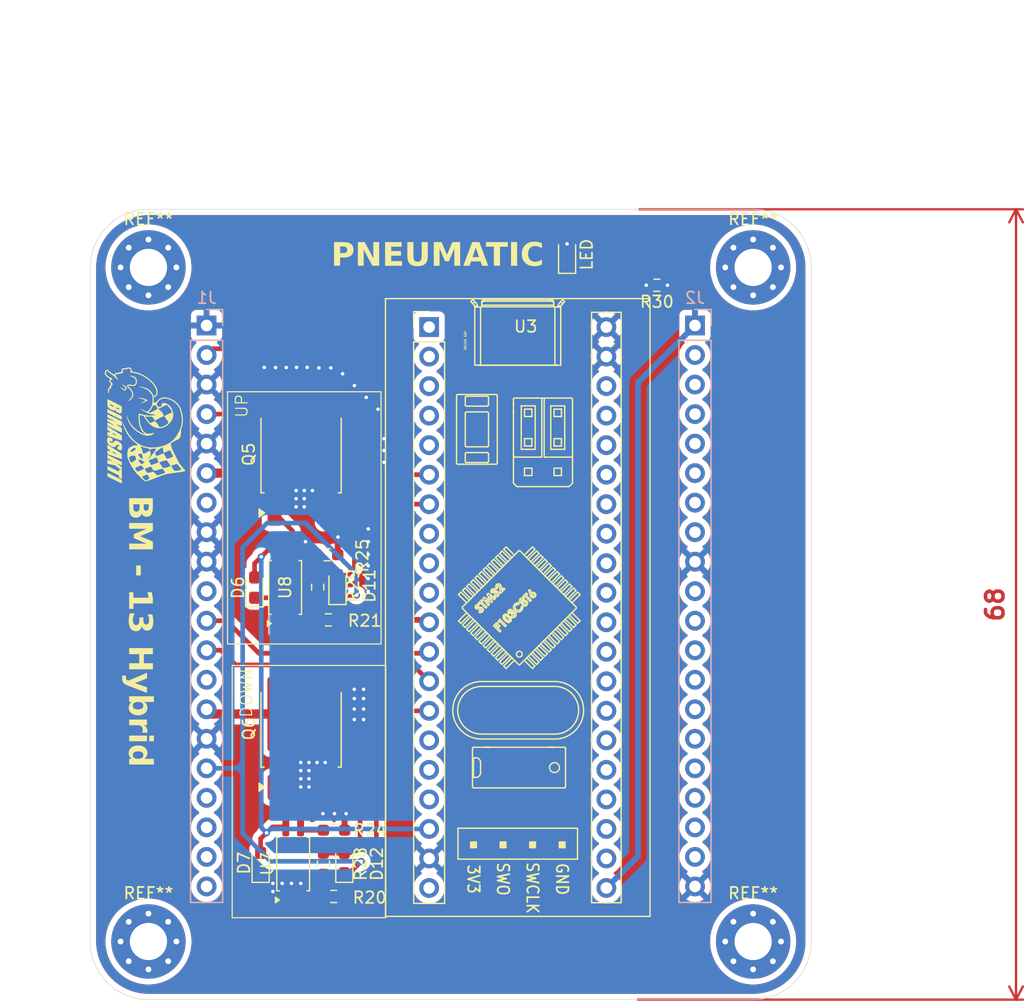
<source format=kicad_pcb>
(kicad_pcb (version 20241229) (generator "pcbnew") (generator_version "9.0")
  (layers (0 "F.Cu" signal) (2 "B.Cu" signal) (13 "F.Paste" user) (15 "B.Paste" user) (5 "F.SilkS" user "F.Silkscreen") (7 "B.SilkS" user "B.Silkscreen") (1 "F.Mask" user) (3 "B.Mask" user) (25 "Edge.Cuts" user))
  (net 0 "")
  (net 1 "Net-(D6-K)")
  (net 2 "+5VA")
  (net 3 "Net-(D7-K)")
  (net 4 "+12V")
  (net 5 "/Pneumatic_UP")
  (net 6 "/Pneumatic_DOWN")
  (net 7 "Net-(D8-A)")
  (net 8 "Net-(Q5-G)")
  (net 9 "GND")
  (net 10 "Net-(Q6-G)")
  (net 11 "/DOWNSHIFT")
  (net 12 "Net-(R20-Pad2)")
  (net 13 "/UPSHIFT")
  (net 14 "Net-(R21-Pad2)")
  (net 21 "/TX")
  (net 33 "/UP")
  (net 34 "+5V")
  (net 42 "/Down")
  (net 43 "/RX")
  (footprint "Resistor_SMD:R_0603_1608Metric_Pad0.98x0.95mm_HandSolder" (layer "F.Cu") (at 134.7235 65.532 180)
    (property "Reference" "R30" (at 0 -1.43 0) (layer "F.SilkS"))
    (property "Value" "1K")
    (pad "1" smd roundrect (at -0.9125 0 180) (size 0.975 0.95) (layers "F.Cu" "F.Mask" "F.Paste") (net 34 "+5V"))
    (pad "2" smd roundrect (at 0.9125 0 180) (size 0.975 0.95) (layers "F.Cu" "F.Mask" "F.Paste") (net 7 "Net-(D8-A)"))
  )
  (footprint "Resistor_SMD:R_0603_1608Metric_Pad0.98x0.95mm_HandSolder" (layer "F.Cu") (at 106.9325 118.125 180)
    (property "Reference" "R20" (at -3.0875 -0.1 0) (layer "F.SilkS"))
    (property "Value" "330")
    (pad "1" smd roundrect (at -0.9125 0 180) (size 0.975 0.95) (layers "F.Cu" "F.Mask" "F.Paste") (net 11 "/DOWNSHIFT"))
    (pad "2" smd roundrect (at 0.9125 0 180) (size 0.975 0.95) (layers "F.Cu" "F.Mask" "F.Paste") (net 12 "Net-(R20-Pad2)"))
  )
  (footprint "MountingHole:MountingHole_3.2mm_M3_Pad_Via" (layer "F.Cu") (at 143 64)
    (property "Reference" "REF**" (at 0 -4.15 0) (layer "F.SilkS"))
    (property "Value" "MountingHole_3.2mm_M3_Pad_Via")
    (pad "1" thru_hole circle (at -2.4 0) (size 0.8 0.8) (drill 0.5) (layers "*.Cu" "*.Mask"))
    (pad "1" thru_hole circle (at -1.697056 -1.697056) (size 0.8 0.8) (drill 0.5) (layers "*.Cu" "*.Mask"))
    (pad "1" thru_hole circle (at -1.697056 1.697056) (size 0.8 0.8) (drill 0.5) (layers "*.Cu" "*.Mask"))
    (pad "1" thru_hole circle (at 0 -2.4) (size 0.8 0.8) (drill 0.5) (layers "*.Cu" "*.Mask"))
    (pad "1" thru_hole circle (at 0 0) (size 6.4 6.4) (drill 3.2) (layers "*.Cu" "*.Mask"))
    (pad "1" thru_hole circle (at 0 2.4) (size 0.8 0.8) (drill 0.5) (layers "*.Cu" "*.Mask"))
    (pad "1" thru_hole circle (at 1.697056 -1.697056) (size 0.8 0.8) (drill 0.5) (layers "*.Cu" "*.Mask"))
    (pad "1" thru_hole circle (at 1.697056 1.697056) (size 0.8 0.8) (drill 0.5) (layers "*.Cu" "*.Mask"))
    (pad "1" thru_hole circle (at 2.4 0) (size 0.8 0.8) (drill 0.5) (layers "*.Cu" "*.Mask"))
  )
  (footprint "MountingHole:MountingHole_3.2mm_M3_Pad_Via" (layer "F.Cu") (at 143 122)
    (property "Reference" "REF**" (at 0 -4.15 0) (layer "F.SilkS"))
    (property "Value" "MountingHole_3.2mm_M3_Pad_Via")
    (pad "1" thru_hole circle (at -2.4 0) (size 0.8 0.8) (drill 0.5) (layers "*.Cu" "*.Mask"))
    (pad "1" thru_hole circle (at -1.697056 -1.697056) (size 0.8 0.8) (drill 0.5) (layers "*.Cu" "*.Mask"))
    (pad "1" thru_hole circle (at -1.697056 1.697056) (size 0.8 0.8) (drill 0.5) (layers "*.Cu" "*.Mask"))
    (pad "1" thru_hole circle (at 0 -2.4) (size 0.8 0.8) (drill 0.5) (layers "*.Cu" "*.Mask"))
    (pad "1" thru_hole circle (at 0 0) (size 6.4 6.4) (drill 3.2) (layers "*.Cu" "*.Mask"))
    (pad "1" thru_hole circle (at 0 2.4) (size 0.8 0.8) (drill 0.5) (layers "*.Cu" "*.Mask"))
    (pad "1" thru_hole circle (at 1.697056 -1.697056) (size 0.8 0.8) (drill 0.5) (layers "*.Cu" "*.Mask"))
    (pad "1" thru_hole circle (at 1.697056 1.697056) (size 0.8 0.8) (drill 0.5) (layers "*.Cu" "*.Mask"))
    (pad "1" thru_hole circle (at 2.4 0) (size 0.8 0.8) (drill 0.5) (layers "*.Cu" "*.Mask"))
  )
  (footprint "STM32:YAAJ_BluePill_1" (layer "F.Cu") (at 115.1375 69.1325)
    (property "Reference" "U3" (at 8.3065 -0.0445 0) (layer "F.SilkS"))
    (property "Value" "YAAJ_BluePill_SWD_Breakout" (hide yes))
    (fp_text user "SWCLK" (at 8.89 48.26 270) (layer "F.SilkS") (effects (font (size 1 0.9))))
    (fp_text user "GND" (at 11.43 47.498 270) (layer "F.SilkS") (effects (font (size 1 0.9))))
    (fp_text user "SWO" (at 6.35 47.498 270) (layer "F.SilkS") (effects (font (size 1 0.9))))
    (fp_text user "3V3" (at 3.81 47.498 270) (layer "F.SilkS") (effects (font (size 1 0.9))))
    (pad "1" thru_hole rect (at 0 0) (size 1.7 1.7) (drill 1) (layers "*.Cu" "*.Mask"))
    (pad "2" thru_hole circle (at 0 2.54) (size 1.7 1.7) (drill 1) (layers "*.Cu" "*.Mask"))
    (pad "3" thru_hole circle (at 0 5.08) (size 1.7 1.7) (drill 1) (layers "*.Cu" "*.Mask"))
    (pad "4" thru_hole circle (at 0 7.62) (size 1.7 1.7) (drill 1) (layers "*.Cu" "*.Mask"))
    (pad "5" thru_hole circle (at 0 10.16) (size 1.7 1.7) (drill 1) (layers "*.Cu" "*.Mask"))
    (pad "6" thru_hole circle (at 0 12.7) (size 1.7 1.7) (drill 1) (layers "*.Cu" "*.Mask") (net 21 "/TX"))
    (pad "7" thru_hole circle (at 0 15.24) (size 1.7 1.7) (drill 1) (layers "*.Cu" "*.Mask") (net 43 "/RX"))
    (pad "8" thru_hole circle (at 0 17.78) (size 1.7 1.7) (drill 1) (layers "*.Cu" "*.Mask"))
    (pad "9" thru_hole circle (at 0 20.32) (size 1.7 1.7) (drill 1) (layers "*.Cu" "*.Mask"))
    (pad "10" thru_hole circle (at 0 22.86) (size 1.7 1.7) (drill 1) (layers "*.Cu" "*.Mask"))
    (pad "11" thru_hole circle (at 0 25.4) (size 1.7 1.7) (drill 1) (layers "*.Cu" "*.Mask") (net 13 "/UPSHIFT"))
    (pad "12" thru_hole circle (at 0 27.94) (size 1.7 1.7) (drill 1) (layers "*.Cu" "*.Mask") (net 33 "/UP"))
    (pad "13" thru_hole circle (at 0 30.48) (size 1.7 1.7) (drill 1) (layers "*.Cu" "*.Mask") (net 42 "/Down"))
    (pad "14" thru_hole circle (at 0 33.02) (size 1.7 1.7) (drill 1) (layers "*.Cu" "*.Mask") (net 11 "/DOWNSHIFT"))
    (pad "15" thru_hole circle (at 0 35.56) (size 1.7 1.7) (drill 1) (layers "*.Cu" "*.Mask"))
    (pad "16" thru_hole circle (at 0 38.1) (size 1.7 1.7) (drill 1) (layers "*.Cu" "*.Mask"))
    (pad "17" thru_hole circle (at 0 40.64) (size 1.7 1.7) (drill 1) (layers "*.Cu" "*.Mask"))
    (pad "18" thru_hole circle (at 0 43.18) (size 1.7 1.7) (drill 1) (layers "*.Cu" "*.Mask") (net 2 "+5VA"))
    (pad "19" thru_hole circle (at 0 45.72) (size 1.7 1.7) (drill 1) (layers "*.Cu" "*.Mask") (net 9 "GND"))
    (pad "20" thru_hole circle (at 0 48.26) (size 1.7 1.7) (drill 1) (layers "*.Cu" "*.Mask"))
    (pad "21" thru_hole circle (at 15.24 48.26) (size 1.7 1.7) (drill 1) (layers "*.Cu" "*.Mask") (net 34 "+5V"))
    (pad "22" thru_hole circle (at 15.24 45.72) (size 1.7 1.7) (drill 1) (layers "*.Cu" "*.Mask"))
    (pad "23" thru_hole circle (at 15.24 43.18) (size 1.7 1.7) (drill 1) (layers "*.Cu" "*.Mask"))
    (pad "24" thru_hole circle (at 15.24 40.64) (size 1.7 1.7) (drill 1) (layers "*.Cu" "*.Mask"))
    (pad "25" thru_hole circle (at 15.24 38.1) (size 1.7 1.7) (drill 1) (layers "*.Cu" "*.Mask"))
    (pad "26" thru_hole circle (at 15.24 35.56) (size 1.7 1.7) (drill 1) (layers "*.Cu" "*.Mask"))
    (pad "27" thru_hole circle (at 15.24 33.02) (size 1.7 1.7) (drill 1) (layers "*.Cu" "*.Mask"))
    (pad "28" thru_hole circle (at 15.24 30.48) (size 1.7 1.7) (drill 1) (layers "*.Cu" "*.Mask"))
    (pad "29" thru_hole circle (at 15.24 27.94) (size 1.7 1.7) (drill 1) (layers "*.Cu" "*.Mask"))
    (pad "30" thru_hole circle (at 15.24 25.4) (size 1.7 1.7) (drill 1) (layers "*.Cu" "*.Mask"))
    (pad "31" thru_hole circle (at 15.24 22.86) (size 1.7 1.7) (drill 1) (layers "*.Cu" "*.Mask"))
    (pad "32" thru_hole circle (at 15.24 20.32) (size 1.7 1.7) (drill 1) (layers "*.Cu" "*.Mask"))
    (pad "33" thru_hole circle (at 15.24 17.78) (size 1.7 1.7) (drill 1) (layers "*.Cu" "*.Mask"))
    (pad "34" thru_hole circle (at 15.24 15.24) (size 1.7 1.7) (drill 1) (layers "*.Cu" "*.Mask"))
    (pad "35" thru_hole circle (at 15.24 12.7) (size 1.7 1.7) (drill 1) (layers "*.Cu" "*.Mask"))
    (pad "36" thru_hole circle (at 15.24 10.16) (size 1.7 1.7) (drill 1) (layers "*.Cu" "*.Mask"))
    (pad "37" thru_hole circle (at 15.24 7.62) (size 1.7 1.7) (drill 1) (layers "*.Cu" "*.Mask"))
    (pad "38" thru_hole circle (at 15.24 5.08) (size 1.7 1.7) (drill 1) (layers "*.Cu" "*.Mask"))
    (pad "39" thru_hole circle (at 15.24 2.54) (size 1.7 1.7) (drill 1) (layers "*.Cu" "*.Mask") (net 9 "GND"))
    (pad "40" thru_hole circle (at 15.24 0) (size 1.7 1.7) (drill 1) (layers "*.Cu" "*.Mask") (net 9 "GND"))
  )
  (footprint "Package_SO:SOP-4_4.4x2.6mm_P1.27mm" (layer "F.Cu") (at 103.445 115.325 90)
    (property "Reference" "U7" (at 0 -2.25 90) (layer "F.SilkS"))
    (property "Value" "TCMT1103")
    (pad "1" smd roundrect (at -3.1875 -0.635 90) (size 1.625 0.6) (layers "F.Cu" "F.Mask" "F.Paste") (net 12 "Net-(R20-Pad2)"))
    (pad "2" smd roundrect (at -3.1875 0.635 90) (size 1.625 0.6) (layers "F.Cu" "F.Mask" "F.Paste") (net 9 "GND"))
    (pad "3" smd roundrect (at 3.1875 0.635 90) (size 1.625 0.6) (layers "F.Cu" "F.Mask" "F.Paste") (net 10 "Net-(Q6-G)"))
    (pad "4" smd roundrect (at 3.1875 -0.635 90) (size 1.625 0.6) (layers "F.Cu" "F.Mask" "F.Paste") (net 2 "+5VA"))
  )
  (footprint "Package_TO_SOT_SMD:TO-252-2" (layer "F.Cu") (at 104.125 80.085 90)
    (property "Reference" "Q5" (at 0 -4.5 90) (layer "F.SilkS"))
    (property "Value" "DMTH6004SK3")
    (pad "1" smd roundrect (at -5.04 -2.28 90) (size 2.2 1.2) (layers "F.Cu" "F.Mask" "F.Paste") (roundrect_rratio 0.208333) (net 8 "Net-(Q5-G)"))
    (pad "2" smd roundrect (at 1.26 0 90) (size 6.4 5.8) (layers "F.Cu" "F.Mask") (roundrect_rratio 0.043103) (net 5 "/Pneumatic_UP"))
    (pad "3" smd roundrect (at -5.04 2.28 90) (size 2.2 1.2) (layers "F.Cu" "F.Mask" "F.Paste") (roundrect_rratio 0.208333) (net 9 "GND"))
  )
  (footprint "Bimasakti:aaaaaaaa" (layer "F.Cu") (at 90.7 77.6 -90)
    (property "Reference" "G***" (hide yes))
    (property "Value" "LOGO" (hide yes))
  )
  (footprint "Diode_SMD:D_0603_1608Metric_Pad1.05x0.95mm_HandSolder" (layer "F.Cu") (at 107.845 115.25 90)
    (property "Reference" "D12" (at -0.075 2.8 90) (layer "F.SilkS"))
    (property "Value" "D")
    (pad "1" smd roundrect (at -0.875 0 90) (size 1.05 0.95) (layers "F.Cu" "F.Mask" "F.Paste") (net 4 "+12V"))
    (pad "2" smd roundrect (at 0.875 0 90) (size 1.05 0.95) (layers "F.Cu" "F.Mask" "F.Paste") (net 6 "/Pneumatic_DOWN"))
  )
  (footprint "Diode_SMD:D_0603_1608Metric_Pad1.05x0.95mm_HandSolder" (layer "F.Cu") (at 107.2525 91.35 90)
    (property "Reference" "D11" (at -0.05 2.7475 90) (layer "F.SilkS"))
    (property "Value" "D")
    (pad "1" smd roundrect (at -0.875 0 90) (size 1.05 0.95) (layers "F.Cu" "F.Mask" "F.Paste") (net 4 "+12V"))
    (pad "2" smd roundrect (at 0.875 0 90) (size 1.05 0.95) (layers "F.Cu" "F.Mask" "F.Paste") (net 5 "/Pneumatic_UP"))
  )
  (footprint "MountingHole:MountingHole_3.2mm_M3_Pad_Via" (layer "F.Cu") (at 91 122)
    (property "Reference" "REF**" (at 0 -4.15 0) (layer "F.SilkS"))
    (property "Value" "MountingHole_3.2mm_M3_Pad_Via")
    (pad "1" thru_hole circle (at -2.4 0) (size 0.8 0.8) (drill 0.5) (layers "*.Cu" "*.Mask"))
    (pad "1" thru_hole circle (at -1.697056 -1.697056) (size 0.8 0.8) (drill 0.5) (layers "*.Cu" "*.Mask"))
    (pad "1" thru_hole circle (at -1.697056 1.697056) (size 0.8 0.8) (drill 0.5) (layers "*.Cu" "*.Mask"))
    (pad "1" thru_hole circle (at 0 -2.4) (size 0.8 0.8) (drill 0.5) (layers "*.Cu" "*.Mask"))
    (pad "1" thru_hole circle (at 0 0) (size 6.4 6.4) (drill 3.2) (layers "*.Cu" "*.Mask"))
    (pad "1" thru_hole circle (at 0 2.4) (size 0.8 0.8) (drill 0.5) (layers "*.Cu" "*.Mask"))
    (pad "1" thru_hole circle (at 1.697056 -1.697056) (size 0.8 0.8) (drill 0.5) (layers "*.Cu" "*.Mask"))
    (pad "1" thru_hole circle (at 1.697056 1.697056) (size 0.8 0.8) (drill 0.5) (layers "*.Cu" "*.Mask"))
    (pad "1" thru_hole circle (at 2.4 0) (size 0.8 0.8) (drill 0.5) (layers "*.Cu" "*.Mask"))
  )
  (footprint "Resistor_SMD:R_0603_1608Metric_Pad0.98x0.95mm_HandSolder" (layer "F.Cu") (at 106.045 115.3125 90)
    (property "Reference" "R28" (at -0.0125 3.2 90) (layer "F.SilkS"))
    (property "Value" "1K")
    (pad "1" smd roundrect (at -0.9125 0 90) (size 0.975 0.95) (layers "F.Cu" "F.Mask" "F.Paste") (net 3 "Net-(D7-K)"))
    (pad "2" smd roundrect (at 0.9125 0 90) (size 0.975 0.95) (layers "F.Cu" "F.Mask" "F.Paste") (net 6 "/Pneumatic_DOWN"))
  )
  (footprint "Package_TO_SOT_SMD:TO-252-2" (layer "F.Cu") (at 104.125 103.685 90)
    (property "Reference" "Q6" (at 0 -4.5 90) (layer "F.SilkS"))
    (property "Value" "DMTH6004SK3")
    (pad "1" smd roundrect (at -5.04 -2.28 90) (size 2.2 1.2) (layers "F.Cu" "F.Mask" "F.Paste") (roundrect_rratio 0.208333) (net 10 "Net-(Q6-G)"))
    (pad "2" smd roundrect (at 1.26 0 90) (size 6.4 5.8) (layers "F.Cu" "F.Mask") (roundrect_rratio 0.043103) (net 6 "/Pneumatic_DOWN"))
    (pad "3" smd roundrect (at -5.04 2.28 90) (size 2.2 1.2) (layers "F.Cu" "F.Mask" "F.Paste") (roundrect_rratio 0.208333) (net 9 "GND"))
  )
  (footprint "LED_SMD:LED_0603_1608Metric_Pad1.05x0.95mm_HandSolder" (layer "F.Cu") (at 100.645 115.25 90)
    (property "Reference" "D7" (at 0 -1.43 90) (layer "F.SilkS"))
    (property "Value" "LED")
    (pad "1" smd roundrect (at -0.875 0 90) (size 1.05 0.95) (layers "F.Cu" "F.Mask" "F.Paste") (net 3 "Net-(D7-K)"))
    (pad "2" smd roundrect (at 0.875 0 90) (size 1.05 0.95) (layers "F.Cu" "F.Mask" "F.Paste") (net 2 "+5VA"))
  )
  (footprint "Resistor_SMD:R_0603_1608Metric_Pad0.98x0.95mm_HandSolder" (layer "F.Cu") (at 106.365 88.725 180)
    (property "Reference" "R25" (at -3.035 -0.075 90) (layer "F.SilkS"))
    (property "Value" "10K")
    (pad "1" smd roundrect (at -0.9125 0 180) (size 0.975 0.95) (layers "F.Cu" "F.Mask" "F.Paste") (net 9 "GND"))
    (pad "2" smd roundrect (at 0.9125 0 180) (size 0.975 0.95) (layers "F.Cu" "F.Mask" "F.Paste") (net 8 "Net-(Q5-G)"))
  )
  (footprint "Package_SO:SOP-4_4.4x2.6mm_P1.27mm" (layer "F.Cu") (at 102.7525 91.5375 90)
    (property "Reference" "U8" (at 0 0 90) (layer "F.SilkS"))
    (property "Value" "TCMT1103")
    (pad "1" smd roundrect (at -3.1875 -0.635 90) (size 1.625 0.6) (layers "F.Cu" "F.Mask" "F.Paste") (net 14 "Net-(R21-Pad2)"))
    (pad "2" smd roundrect (at -3.1875 0.635 90) (size 1.625 0.6) (layers "F.Cu" "F.Mask" "F.Paste") (net 9 "GND"))
    (pad "3" smd roundrect (at 3.1875 0.635 90) (size 1.625 0.6) (layers "F.Cu" "F.Mask" "F.Paste") (net 8 "Net-(Q5-G)"))
    (pad "4" smd roundrect (at 3.1875 -0.635 90) (size 1.625 0.6) (layers "F.Cu" "F.Mask" "F.Paste") (net 2 "+5VA"))
  )
  (footprint "Resistor_SMD:R_0603_1608Metric_Pad0.98x0.95mm_HandSolder" (layer "F.Cu") (at 105.5525 91.5125 90)
    (property "Reference" "R29" (at 0.1125 3.0475 90) (layer "F.SilkS"))
    (property "Value" "1K")
    (pad "1" smd roundrect (at -0.9125 0 90) (size 0.975 0.95) (layers "F.Cu" "F.Mask" "F.Paste") (net 1 "Net-(D6-K)"))
    (pad "2" smd roundrect (at 0.9125 0 90) (size 0.975 0.95) (layers "F.Cu" "F.Mask" "F.Paste") (net 5 "/Pneumatic_UP"))
  )
  (footprint "Resistor_SMD:R_0603_1608Metric_Pad0.98x0.95mm_HandSolder" (layer "F.Cu") (at 106.9575 112.425 180)
    (property "Reference" "R24" (at -3.0875 0 0) (layer "F.SilkS"))
    (property "Value" "10K")
    (pad "1" smd roundrect (at -0.9125 0 180) (size 0.975 0.95) (layers "F.Cu" "F.Mask" "F.Paste") (net 9 "GND"))
    (pad "2" smd roundrect (at 0.9125 0 180) (size 0.975 0.95) (layers "F.Cu" "F.Mask" "F.Paste") (net 10 "Net-(Q6-G)"))
  )
  (footprint "Resistor_SMD:R_0603_1608Metric_Pad0.98x0.95mm_HandSolder" (layer "F.Cu") (at 106.465 94.325 180)
    (property "Reference" "R21" (at -3.135 -0.075 0) (layer "F.SilkS"))
    (property "Value" "330")
    (pad "1" smd roundrect (at -0.9125 0 180) (size 0.975 0.95) (layers "F.Cu" "F.Mask" "F.Paste") (net 13 "/UPSHIFT"))
    (pad "2" smd roundrect (at 0.9125 0 180) (size 0.975 0.95) (layers "F.Cu" "F.Mask" "F.Paste") (net 14 "Net-(R21-Pad2)"))
  )
  (footprint "LED_SMD:LED_0603_1608Metric_Pad1.05x0.95mm_HandSolder" (layer "F.Cu") (at 100.125 91.55 90)
    (property "Reference" "D6" (at 0 -1.43 90) (layer "F.SilkS"))
    (property "Value" "LED")
    (pad "1" smd roundrect (at -0.875 0 90) (size 1.05 0.95) (layers "F.Cu" "F.Mask" "F.Paste") (net 1 "Net-(D6-K)"))
    (pad "2" smd roundrect (at 0.875 0 90) (size 1.05 0.95) (layers "F.Cu" "F.Mask" "F.Paste") (net 2 "+5VA"))
  )
  (footprint "LED_SMD:LED_0603_1608Metric_Pad1.05x0.95mm_HandSolder" (layer "F.Cu") (at 127 62.851 90)
    (property "Reference" "LED" (at -0.044143 1.685427 90) (layer "F.SilkS"))
    (property "Value" "LED" (hide yes))
    (pad "1" smd roundrect (at -0.875 0 90) (size 1.05 0.95) (layers "F.Cu" "F.Mask" "F.Paste") (net 9 "GND"))
    (pad "2" smd roundrect (at 0.875 0 90) (size 1.05 0.95) (layers "F.Cu" "F.Mask" "F.Paste") (net 7 "Net-(D8-A)"))
  )
  (footprint "MountingHole:MountingHole_3.2mm_M3_Pad_Via" (layer "F.Cu") (at 91 64)
    (property "Reference" "REF**" (at 0 -4.15 0) (layer "F.SilkS"))
    (property "Value" "MountingHole_3.2mm_M3_Pad_Via")
    (pad "1" thru_hole circle (at -2.4 0) (size 0.8 0.8) (drill 0.5) (layers "*.Cu" "*.Mask"))
    (pad "1" thru_hole circle (at -1.697056 -1.697056) (size 0.8 0.8) (drill 0.5) (layers "*.Cu" "*.Mask"))
    (pad "1" thru_hole circle (at -1.697056 1.697056) (size 0.8 0.8) (drill 0.5) (layers "*.Cu" "*.Mask"))
    (pad "1" thru_hole circle (at 0 -2.4) (size 0.8 0.8) (drill 0.5) (layers "*.Cu" "*.Mask"))
    (pad "1" thru_hole circle (at 0 0) (size 6.4 6.4) (drill 3.2) (layers "*.Cu" "*.Mask"))
    (pad "1" thru_hole circle (at 0 2.4) (size 0.8 0.8) (drill 0.5) (layers "*.Cu" "*.Mask"))
    (pad "1" thru_hole circle (at 1.697056 -1.697056) (size 0.8 0.8) (drill 0.5) (layers "*.Cu" "*.Mask"))
    (pad "1" thru_hole circle (at 1.697056 1.697056) (size 0.8 0.8) (drill 0.5) (layers "*.Cu" "*.Mask"))
    (pad "1" thru_hole circle (at 2.4 0) (size 0.8 0.8) (drill 0.5) (layers "*.Cu" "*.Mask"))
  )
  (footprint "Connector_PinHeader_2.54mm:PinHeader_1x20_P2.54mm_Vertical" (layer "B.Cu") (at 138 69 180)
    (property "Reference" "J2" (at 0 2.38 0) (layer "B.SilkS") (effects (justify mirror)))
    (property "Value" "Conn_01x20_Pin")
    (pad "1" thru_hole rect (at 0 0 180) (size 1.7 1.7) (drill 1) (layers "*.Cu" "*.Mask") (net 34 "+5V"))
    (pad "2" thru_hole circle (at 0 -2.54 180) (size 1.7 1.7) (drill 1) (layers "*.Cu" "*.Mask") (net 9 "GND"))
    (pad "3" thru_hole circle (at 0 -5.08 180) (size 1.7 1.7) (drill 1) (layers "*.Cu" "*.Mask") (net 9 "GND"))
    (pad "4" thru_hole circle (at 0 -7.62 180) (size 1.7 1.7) (drill 1) (layers "*.Cu" "*.Mask") (net 9 "GND"))
    (pad "5" thru_hole circle (at 0 -10.16 180) (size 1.7 1.7) (drill 1) (layers "*.Cu" "*.Mask") (net 9 "GND"))
    (pad "6" thru_hole circle (at 0 -12.7 180) (size 1.7 1.7) (drill 1) (layers "*.Cu" "*.Mask") (net 9 "GND"))
    (pad "7" thru_hole circle (at 0 -15.24 180) (size 1.7 1.7) (drill 1) (layers "*.Cu" "*.Mask") (net 9 "GND"))
    (pad "8" thru_hole circle (at 0 -17.78 180) (size 1.7 1.7) (drill 1) (layers "*.Cu" "*.Mask") (net 9 "GND"))
    (pad "9" thru_hole circle (at 0 -20.32 180) (size 1.7 1.7) (drill 1) (layers "*.Cu" "*.Mask") (net 9 "GND"))
    (pad "10" thru_hole circle (at 0 -22.86 180) (size 1.7 1.7) (drill 1) (layers "*.Cu" "*.Mask") (net 9 "GND"))
    (pad "11" thru_hole circle (at 0 -25.4 180) (size 1.7 1.7) (drill 1) (layers "*.Cu" "*.Mask") (net 9 "GND"))
    (pad "12" thru_hole circle (at 0 -27.94 180) (size 1.7 1.7) (drill 1) (layers "*.Cu" "*.Mask") (net 9 "GND"))
    (pad "13" thru_hole circle (at 0 -30.48 180) (size 1.7 1.7) (drill 1) (layers "*.Cu" "*.Mask") (net 9 "GND"))
    (pad "14" thru_hole circle (at 0 -33.02 180) (size 1.7 1.7) (drill 1) (layers "*.Cu" "*.Mask") (net 9 "GND"))
    (pad "15" thru_hole circle (at 0 -35.56 180) (size 1.7 1.7) (drill 1) (layers "*.Cu" "*.Mask") (net 9 "GND"))
    (pad "16" thru_hole circle (at 0 -38.1 180) (size 1.7 1.7) (drill 1) (layers "*.Cu" "*.Mask") (net 9 "GND"))
    (pad "17" thru_hole circle (at 0 -40.64 180) (size 1.7 1.7) (drill 1) (layers "*.Cu" "*.Mask") (net 9 "GND"))
    (pad "18" thru_hole circle (at 0 -43.18 180) (size 1.7 1.7) (drill 1) (layers "*.Cu" "*.Mask") (net 9 "GND"))
    (pad "19" thru_hole circle (at 0 -45.72 180) (size 1.7 1.7) (drill 1) (layers "*.Cu" "*.Mask") (net 9 "GND"))
    (pad "20" thru_hole circle (at 0 -48.26 180) (size 1.7 1.7) (drill 1) (layers "*.Cu" "*.Mask") (net 9 "GND"))
  )
  (footprint "Connector_PinHeader_2.54mm:PinHeader_1x20_P2.54mm_Vertical" (layer "B.Cu") (at 96 69 180)
    (property "Reference" "J1" (at 0 2.38 0) (layer "B.SilkS") (effects (justify mirror)))
    (property "Value" "Conn_01x20_Pin")
    (pad "1" thru_hole rect (at 0 0 180) (size 1.7 1.7) (drill 1) (layers "*.Cu" "*.Mask") (net 9 "GND"))
    (pad "2" thru_hole circle (at 0 -2.54 180) (size 1.7 1.7) (drill 1) (layers "*.Cu" "*.Mask") (net 21 "/TX"))
    (pad "3" thru_hole circle (at 0 -5.08 180) (size 1.7 1.7) (drill 1) (layers "*.Cu" "*.Mask") (net 9 "GND"))
    (pad "4" thru_hole circle (at 0 -7.62 180) (size 1.7 1.7) (drill 1) (layers "*.Cu" "*.Mask") (net 43 "/RX"))
    (pad "5" thru_hole circle (at 0 -10.16 180) (size 1.7 1.7) (drill 1) (layers "*.Cu" "*.Mask") (net 9 "GND"))
    (pad "6" thru_hole circle (at 0 -12.7 180) (size 1.7 1.7) (drill 1) (layers "*.Cu" "*.Mask") (net 5 "/Pneumatic_UP"))
    (pad "7" thru_hole circle (at 0 -15.24 180) (size 1.7 1.7) (drill 1) (layers "*.Cu" "*.Mask") (net 9 "GND"))
    (pad "8" thru_hole circle (at 0 -17.78 180) (size 1.7 1.7) (drill 1) (layers "*.Cu" "*.Mask") (net 9 "GND"))
    (pad "9" thru_hole circle (at 0 -20.32 180) (size 1.7 1.7) (drill 1) (layers "*.Cu" "*.Mask") (net 9 "GND"))
    (pad "10" thru_hole circle (at 0 -22.86 180) (size 1.7 1.7) (drill 1) (layers "*.Cu" "*.Mask") (net 9 "GND"))
    (pad "11" thru_hole circle (at 0 -25.4 180) (size 1.7 1.7) (drill 1) (layers "*.Cu" "*.Mask") (net 33 "/UP"))
    (pad "12" thru_hole circle (at 0 -27.94 180) (size 1.7 1.7) (drill 1) (layers "*.Cu" "*.Mask") (net 42 "/Down"))
    (pad "13" thru_hole circle (at 0 -30.48 180) (size 1.7 1.7) (drill 1) (layers "*.Cu" "*.Mask") (net 9 "GND"))
    (pad "14" thru_hole circle (at 0 -33.02 180) (size 1.7 1.7) (drill 1) (layers "*.Cu" "*.Mask") (net 6 "/Pneumatic_DOWN"))
    (pad "15" thru_hole circle (at 0 -35.56 180) (size 1.7 1.7) (drill 1) (layers "*.Cu" "*.Mask") (net 9 "GND"))
    (pad "16" thru_hole circle (at 0 -38.1 180) (size 1.7 1.7) (drill 1) (layers "*.Cu" "*.Mask") (net 4 "+12V"))
    (pad "17" thru_hole circle (at 0 -40.64 180) (size 1.7 1.7) (drill 1) (layers "*.Cu" "*.Mask") (net 9 "GND"))
    (pad "18" thru_hole circle (at 0 -43.18 180) (size 1.7 1.7) (drill 1) (layers "*.Cu" "*.Mask") (net 9 "GND"))
    (pad "19" thru_hole circle (at 0 -45.72 180) (size 1.7 1.7) (drill 1) (layers "*.Cu" "*.Mask") (net 9 "GND"))
    (pad "20" thru_hole circle (at 0 -48.26 180) (size 1.7 1.7) (drill 1) (layers "*.Cu" "*.Mask") (net 9 "GND"))
  )
  (gr_rect (start 97.8 74.7) (end 111 96.4) (stroke (width 0.1)) (fill no) (layer "F.SilkS"))
  (gr_rect (start 98.2 98.25) (end 111.4 119.95) (stroke (width 0.1)) (fill no) (layer "F.SilkS"))
  (gr_line (start 91 127) (end 143 127) (stroke (width 0.05)) (layer "Edge.Cuts"))
  (gr_line (start 86 64) (end 86 122) (stroke (width 0.05)) (layer "Edge.Cuts"))
  (gr_arc (start 143 59) (mid 146.535534 60.464466) (end 148 64) (stroke (width 0.05)) (layer "Edge.Cuts"))
  (gr_arc (start 86 64) (mid 87.464466 60.464466) (end 91 59) (stroke (width 0.05)) (layer "Edge.Cuts"))
  (gr_arc (start 91 127) (mid 87.464466 125.535534) (end 86 122) (stroke (width 0.05)) (layer "Edge.Cuts"))
  (gr_line (start 143 59) (end 91 59) (stroke (width 0.05)) (layer "Edge.Cuts"))
  (gr_arc (start 148 122) (mid 146.535534 125.535534) (end 143 127) (stroke (width 0.05)) (layer "Edge.Cuts"))
  (gr_line (start 148 64) (end 148 122) (stroke (width 0.05)) (layer "Edge.Cuts"))
  (gr_text "DOWN" (at 100 102.8 90) (layer "F.SilkS") (effects (font (size 1 1) (thickness 0.1)) (justify left bottom)))
  (gr_text "UP" (at 99.6 77 90) (layer "F.SilkS") (effects (font (size 1 1) (thickness 0.1)) (justify left bottom)))
  (gr_text "PNEUMATIC" (at 106.7 64.2 0) (layer "F.SilkS") (effects (font (size 2 2) (thickness 0.4) (bold yes) (italic yes)) (justify left bottom)))
  (gr_text "BM - 13 Hybrid" (at 89 83.6 270) (layer "F.SilkS") (effects (font (size 2 2) (thickness 0.4) (bold yes) (italic yes)) (justify left bottom)))
  (gr_text "ARJUN GAY" (at 118.364 71.12 90) (layer "F.SilkS") (effects (font (size 0.2 0.2) (thickness 0.04) (bold yes)) (justify left bottom)))
  (dimension (type orthogonal) (layer "F.Cu") (pts (xy 132.588 127) (xy 132.718759 59)) (height 33.02) (orientation 1) (format (prefix "") (suffix "") (units 3) (units_format 0) (precision 4) (suppress_zeroes yes)) (style (thickness 0.2) (arrow_length 1.27) (text_position_mode 0) (arrow_direction outward) (extension_height 0.58642) (extension_offset 0.5) (keep_text_aligned yes)) (gr_text "68" (at 163.808 93 90) (layer "F.Cu") (effects (font (size 1.5 1.5) (thickness 0.3)))))
  (segment (start 105.5525 92.425) (end 100.125 92.425) (width 0.4) (layer "F.Cu") (net 1))
  (segment (start 100.7 88.9) (end 100.125 89.475) (width 0.4) (layer "F.Cu") (net 2))
  (segment (start 100.7 88.9) (end 101.25 88.35) (width 0.4) (layer "F.Cu") (net 2))
  (segment (start 100.645 114.375) (end 100.645 113.155) (width 0.4) (layer "F.Cu") (net 2))
  (segment (start 100.645 113.155) (end 101.15 112.65) (width 0.4) (layer "F.Cu") (net 2))
  (segment (start 100.125 89.475) (end 100.125 90.675) (width 0.4) (layer "F.Cu") (net 2))
  (segment (start 101.25 88.35) (end 102.1175 88.35) (width 0.4) (layer "F.Cu") (net 2))
  (segment (start 101.15 112.65) (end 101.6625 112.1375) (width 0.4) (layer "F.Cu") (net 2))
  (segment (start 101.6625 112.1375) (end 102.81 112.1375) (width 0.4) (layer "F.Cu") (net 2))
  (via (at 100.7 88.9) (size 0.6) (drill 0.3) (layers "F.Cu" "B.Cu") (net 2))
  (via (at 101.15 112.65) (size 0.6) (drill 0.3) (layers "F.Cu" "B.Cu") (net 2))
  (segment (start 100.7 112.2) (end 101.15 112.65) (width 0.4) (layer "B.Cu") (net 2))
  (segment (start 101.4875 112.3125) (end 101.15 112.65) (width 0.4) (layer "B.Cu") (net 2))
  (segment (start 100.7 88.9) (end 100.7 112.2) (width 0.4) (layer "B.Cu") (net 2))
  (segment (start 115.1375 112.3125) (end 101.4875 112.3125) (width 0.4) (layer "B.Cu") (net 2))
  (segment (start 105.945 116.125) (end 106.045 116.225) (width 0.4) (layer "F.Cu") (net 3))
  (segment (start 100.645 116.125) (end 105.945 116.125) (width 0.4) (layer "F.Cu") (net 3))
  (segment (start 108.875 92.225) (end 108.9 92.2) (width 0.4) (layer "F.Cu") (net 4))
  (segment (start 108.275 116.125) (end 109.3 115.1) (width 0.4) (layer "F.Cu") (net 4))
  (segment (start 107.845 116.125) (end 108.275 116.125) (width 0.4) (layer "F.Cu") (net 4))
  (segment (start 107.2525 92.225) (end 108.875 92.225) (width 0.4) (layer "F.Cu") (net 4))
  (via (at 109.3 115.1) (size 0.6) (drill 0.3) (layers "F.Cu" "B.Cu") (net 4))
  (via (at 108.9 92.2) (size 0.6) (drill 0.3) (layers "F.Cu" "B.Cu") (net 4))
  (segment (start 99.1 107.5) (end 99.1 112.7) (width 0.4) (layer "B.Cu") (net 4))
  (segment (start 99.1 88.1) (end 101.2 86) (width 0.4) (layer "B.Cu") (net 4))
  (segment (start 99.1 107.1) (end 99.1 106.6) (width 0.4) (layer "B.Cu") (net 4))
  (segment (start 96 107.1) (end 98.6 107.1) (width 0.4) (layer "B.Cu") (net 4))
  (segment (start 98.6 107.1) (end 98.7 107.1) (width 0.4) (layer "B.Cu") (net 4))
  (segment (start 99.1 107.1) (end 99.1 107.5) (width 0.4) (layer "B.Cu") (net 4))
  (segment (start 99.1 106.6) (end 99.1 88.1) (width 0.4) (layer "B.Cu") (net 4))
  (segment (start 98.7 107.1) (end 99.1 107.5) (width 0.4) (layer "B.Cu") (net 4))
  (segment (start 101.5 115.1) (end 109.3 115.1) (width 0.4) (layer "B.Cu") (net 4))
  (segment (start 108.9 90.4) (end 108.9 92.2) (width 0.4) (layer "B.Cu") (net 4))
  (segment (start 98.6 107.1) (end 99.1 106.6) (width 0.4) (layer "B.Cu") (net 4))
  (segment (start 99.1 112.7) (end 101.5 115.1) (width 0.4) (layer "B.Cu") (net 4))
  (segment (start 104.5 86) (end 108.9 90.4) (width 0.4) (layer "B.Cu") (net 4))
  (segment (start 109.1 115.3) (end 109.3 115.1) (width 0.4) (layer "B.Cu") (net 4))
  (segment (start 101.2 86) (end 104.5 86) (width 0.4) (layer "B.Cu") (net 4))
  (segment (start 98.6 107.1) (end 99.1 107.1) (width 0.4) (layer "B.Cu") (net 4))
  (segment (start 104.125 78.825) (end 100.975 78.825) (width 0.8) (layer "F.Cu") (net 5))
  (segment (start 100.975 78.825) (end 98.1 81.7) (width 0.8) (layer "F.Cu") (net 5))
  (segment (start 107.2525 90.475) (end 108.125 90.475) (width 0.4) (layer "F.Cu") (net 5))
  (segment (start 108.712 83.412) (end 104.125 78.825) (width 0.4) (layer "F.Cu") (net 5))
  (segment (start 108.712 89.888) (end 108.712 83.412) (width 0.4) (layer "F.Cu") (net 5))
  (segment (start 98.1 81.7) (end 96 81.7) (width 0.8) (layer "F.Cu") (net 5))
  (segment (start 105.5525 90.6) (end 107.1275 90.6) (width 0.4) (layer "F.Cu") (net 5))
  (segment (start 108.125 90.475) (end 108.712 89.888) (width 0.4) (layer "F.Cu") (net 5))
  (segment (start 107.1275 90.6) (end 107.2525 90.475) (width 0.4) (layer "F.Cu") (net 5))
  (segment (start 104.125 102.425) (end 96.405 102.425) (width 0.8) (layer "F.Cu") (net 6))
  (segment (start 107.845 114.375) (end 108.325 114.375) (width 0.4) (layer "F.Cu") (net 6))
  (segment (start 96.405 102.425) (end 96 102.02) (width 0.8) (layer "F.Cu") (net 6))
  (segment (start 109.2 113.5) (end 109.2 107.5) (width 0.4) (layer "F.Cu") (net 6))
  (segment (start 108.325 114.375) (end 109.2 113.5) (width 0.4) (layer "F.Cu") (net 6))
  (segment (start 107.82 114.4) (end 107.845 114.375) (width 0.4) (layer "F.Cu") (net 6))
  (segment (start 109.2 107.5) (end 104.125 102.425) (width 0.4) (layer "F.Cu") (net 6))
  (segment (start 106.045 114.4) (end 107.82 114.4) (width 0.4) (layer "F.Cu") (net 6))
  (via (at 127 61.976) (size 0.6) (drill 0.3) (layers "F.Cu" "B.Cu") (net 7))
  (via (at 133.811 65.532) (size 0.6) (drill 0.3) (layers "F.Cu" "B.Cu") (net 7))
  (segment (start 133.096 61.976) (end 127 61.976) (width 0.3) (layer "B.Cu") (net 7))
  (segment (start 127 61.976) (end 127 63.5) (width 0.3) (layer "B.Cu") (net 7))
  (segment (start 133.811 65.532) (end 133.811 62.691) (width 0.3) (layer "B.Cu") (net 7))
  (segment (start 133.811 62.691) (end 133.096 61.976) (width 0.3) (layer "B.Cu") (net 7))
  (segment (start 105.4525 88.725) (end 103.7625 88.725) (width 0.4) (layer "F.Cu") (net 8))
  (segment (start 103.3875 86.6675) (end 103.3875 88.35) (width 0.4) (layer "F.Cu") (net 8))
  (segment (start 103.7625 88.725) (end 103.3875 88.35) (width 0.4) (layer "F.Cu") (net 8))
  (segment (start 101.845 85.125) (end 103.3875 86.6675) (width 0.4) (layer "F.Cu") (net 8))
  (segment (start 107.87 112.425) (end 107.87 111.13) (width 0.5) (layer "F.Cu") (net 9))
  (segment (start 107.87 111.13) (end 108 111) (width 0.5) (layer "F.Cu") (net 9))
  (segment (start 96.24 79.4) (end 96 79.16) (width 0.4) (layer "F.Cu") (net 9))
  (segment (start 107.2775 87.2225) (end 107.3 87.2) (width 0.5) (layer "F.Cu") (net 9))
  (segment (start 107.2775 88.725) (end 107.2775 87.2225) (width 0.5) (layer "F.Cu") (net 9))
  (segment (start 104.08 117.02) (end 104.1 117) (width 0.5) (layer "F.Cu") (net 9))
  (segment (start 104.08 118.5125) (end 104.08 117.02) (width 0.5) (layer "F.Cu") (net 9))
  (via (at 109.5 102.9) (size 0.6) (drill 0.3) (layers "F.Cu" "B.Cu") (net 9))
  (via (at 107 111) (size 0.6) (drill 0.3) (layers "F.Cu" "B.Cu") (net 9))
  (via (at 109.5 102) (size 0.6) (drill 0.3) (layers "F.Cu" "B.Cu") (net 9))
  (via (at 105.664 72.644) (size 0.6) (drill 0.3) (layers "F.Cu" "B.Cu") (net 9))
  (via (at 102.847581 72.618292) (size 0.6) (drill 0.3) (layers "F.Cu" "B.Cu") (net 9))
  (via (at 101.927442 72.618292) (size 0.6) (drill 0.3) (layers "F.Cu" "B.Cu") (net 9))
  (via (at 104.4 83.2) (size 0.6) (drill 0.3) (layers "F.Cu" "B.Cu") (net 9))
  (via (at 102.5 117) (size 0.6) (drill 0.3) (layers "F.Cu" "B.Cu") (net 9))
  (via (at 109.89501 89.677348) (size 0.6) (drill 0.3) (layers "F.Cu" "B.Cu") (net 9))
  (via (at 104.1 106.6) (size 0.6) (drill 0.3) (layers "F.Cu" "B.Cu") (net 9))
  (via (at 109.89501 91.877348) (size 0.6) (drill 0.3) (layers "F.Cu" "B.Cu") (net 9))
  (via (at 103.735434 72.602149) (size 0.6) (drill 0.3) (layers "F.Cu" "B.Cu") (net 9))
  (via (at 111.252 78.74) (size 0.6) (drill 0.3) (layers "F.Cu" "B.Cu") (net 9))
  (via (at 109.89501 90.777348) (size 0.6) (drill 0.3) (layers "F.Cu" "B.Cu") (net 9))
  (via (at 104.1 117) (size 0.6) (drill 0.3) (layers "F.Cu" "B.Cu") (net 9))
  (via (at 107.696 73.152) (size 0.6) (drill 0.3) (layers "F.Cu" "B.Cu") (net 9))
  (via (at 104.648 72.6) (size 0.6) (drill 0.3) (layers "F.Cu" "B.Cu") (net 9))
  (via (at 111.252 80.772) (size 0.6) (drill 0.3) (layers "F.Cu" "B.Cu") (net 9))
  (via (at 104.1 107.3) (size 0.6) (drill 0.3) (layers "F.Cu" "B.Cu") (net 9))
  (via (at 111.252 79.756) (size 0.6) (drill 0.3) (layers "F.Cu" "B.Cu") (net 9))
  (via (at 100.958875 72.602149) (size 0.6) (drill 0.3) (layers "F.Cu" "B.Cu") (net 9))
  (via (at 104.1 108) (size 0.6) (drill 0.3) (layers "F.Cu" "B.Cu") (net 9))
  (via (at 104.8 107.3) (size 0.6) (drill 0.3) (layers "F.Cu" "B.Cu") (net 9))
  (via (at 104.5 87.6) (size 0.6) (drill 0.3) (layers "F.Cu" "B.Cu") (net 9))
  (via (at 104.8 108) (size 0.6) (drill 0.3) (layers "F.Cu" "B.Cu") (net 9))
  (via (at 103.7 84.6) (size 0.6) (drill 0.3) (layers "F.Cu" "B.Cu") (net 9))
  (via (at 109.9 87.6) (size 0.6) (drill 0.3) (layers "F.Cu" "B.Cu") (net 9))
  (via (at 104.4 84.6) (size 0.6) (drill 0.3) (layers "F.Cu" "B.Cu") (net 9))
  (via (at 103.3 117) (size 0.6) (drill 0.3) (layers "F.Cu" "B.Cu") (net 9))
  (via (at 106 111) (size 0.6) (drill 0.3) (layers "F.Cu" "B.Cu") (net 9))
  (via (at 104.1 108.7) (size 0.6) (drill 0.3) (layers "F.Cu" "B.Cu") (net 9))
  (via (at 109.5 101.1) (size 0.6) (drill 0.3) (layers "F.Cu" "B.Cu") (net 9))
  (via (at 105.1 83.2) (size 0.6) (drill 0.3) (layers "F.Cu" "B.Cu") (net 9))
  (via (at 109.9 86.5) (size 0.6) (drill 0.3) (layers "F.Cu" "B.Cu") (net 9))
  (via (at 108.7 102.9) (size 0.6) (drill 0.3) (layers "F.Cu" "B.Cu") (net 9))
  (via (at 104.8 106.6) (size 0.6) (drill 0.3) (layers "F.Cu" "B.Cu") (net 9))
  (via (at 106.2 106.6) (size 0.6) (drill 0.3) (layers "F.Cu" "B.Cu") (net 9))
  (via (at 104.8 108.7) (size 0.6) (drill 0.3) (layers "F.Cu" "B.Cu") (net 9))
  (via (at 107.3 87.2) (size 0.6) (drill 0.3) (layers "F.Cu" "B.Cu") (net 9))
  (via (at 104.4 83.9) (size 0.6) (drill 0.3) (layers "F.Cu" "B.Cu") (net 9))
  (via (at 108 111) (size 0.6) (drill 0.3) (layers "F.Cu" "B.Cu") (net 9))
  (via (at 105.5 106.6) (size 0.6) (drill 0.3) (layers "F.Cu" "B.Cu") (net 9))
  (via (at 108.7 102) (size 0.6) (drill 0.3) (layers "F.Cu" "B.Cu") (net 9))
  (via (at 103.7 83.2) (size 0.6) (drill 0.3) (layers "F.Cu" "B.Cu") (net 9))
  (via (at 109.728 75.184) (size 0.6) (drill 0.3) (layers "F.Cu" "B.Cu") (net 9))
  (via (at 101.7 117.7) (size 0.6) (drill 0.3) (layers "F.Cu" "B.Cu") (net 9))
  (via (at 101.7 117) (size 0.6) (drill 0.3) (layers "F.Cu" "B.Cu") (net 9))
  (via (at 108.7 100.3) (size 0.6) (drill 0.3) (layers "F.Cu" "B.Cu") (net 9))
  (via (at 109.9 88.7) (size 0.6) (drill 0.3) (layers "F.Cu" "B.Cu") (net 9))
  (via (at 108.7 101.1) (size 0.6) (drill 0.3) (layers "F.Cu" "B.Cu") (net 9))
  (via (at 103.7 83.9) (size 0.6) (drill 0.3) (layers "F.Cu" "B.Cu") (net 9))
  (via (at 106.68 72.644) (size 0.6) (drill 0.3) (layers "F.Cu" "B.Cu") (net 9))
  (via (at 108.712 74.168) (size 0.6) (drill 0.3) (layers "F.Cu" "B.Cu") (net 9))
  (via (at 109.5 100.3) (size 0.6) (drill 0.3) (layers "F.Cu" "B.Cu") (net 9))
  (via (at 110.744 76.2) (size 0.6) (drill 0.3) (layers "F.Cu" "B.Cu") (net 9))
  (segment (start 106.045 112.425) (end 104.3675 112.425) (width 0.4) (layer "F.Cu") (net 10))
  (segment (start 104.08 110.96) (end 104.08 112.1375) (width 0.4) (layer "F.Cu") (net 10))
  (segment (start 104.3675 112.425) (end 104.08 112.1375) (width 0.4) (layer "F.Cu") (net 10))
  (segment (start 101.845 108.725) (end 104.08 110.96) (width 0.4) (layer "F.Cu") (net 10))
  (segment (start 112.8475 102.1525) (end 115.1375 102.1525) (width 0.4) (layer "F.Cu") (net 11))
  (segment (start 107.845 118.125) (end 108.075 118.125) (width 0.4) (layer "F.Cu") (net 11))
  (segment (start 110.6 115.6) (end 110.6 104.4) (width 0.4) (layer "F.Cu") (net 11))
  (segment (start 108.075 118.125) (end 110.6 115.6) (width 0.4) (layer "F.Cu") (net 11))
  (segment (start 110.6 104.4) (end 112.8475 102.1525) (width 0.4) (layer "F.Cu") (net 11))
  (segment (start 102.81 119.91) (end 103.4 120.5) (width 0.4) (layer "F.Cu") (net 12))
  (segment (start 106.02 118.125) (end 106.02 119.68) (width 0.4) (layer "F.Cu") (net 12))
  (segment (start 103.4 120.5) (end 105.2 120.5) (width 0.4) (layer "F.Cu") (net 12))
  (segment (start 102.81 118.5125) (end 102.81 119.91) (width 0.4) (layer "F.Cu") (net 12))
  (segment (start 106.02 119.68) (end 105.2 120.5) (width 0.4) (layer "F.Cu") (net 12))
  (segment (start 107.3775 94.325) (end 114.93 94.325) (width 0.5) (layer "F.Cu") (net 13))
  (segment (start 114.93 94.325) (end 115.1375 94.5325) (width 0.5) (layer "F.Cu") (net 13))
  (segment (start 104.9 96.2) (end 105.5525 95.5475) (width 0.4) (layer "F.Cu") (net 14))
  (segment (start 105.5525 95.5475) (end 105.5525 94.325) (width 0.4) (layer "F.Cu") (net 14))
  (segment (start 102.5 96.2) (end 104.9 96.2) (width 0.4) (layer "F.Cu") (net 14))
  (segment (start 102.1175 94.725) (end 102.1175 95.8175) (width 0.4) (layer "F.Cu") (net 14))
  (segment (start 102.1175 95.8175) (end 102.5 96.2) (width 0.4) (layer "F.Cu") (net 14))
  (segment (start 96 71.54) (end 96.54 71) (width 0.4) (layer "F.Cu") (net 21))
  (segment (start 112.4 75.8) (end 112.4 81.1) (width 0.4) (layer "F.Cu") (net 21))
  (segment (start 107.6 71) (end 112.4 75.8) (width 0.4) (layer "F.Cu") (net 21))
  (segment (start 96.54 71) (end 107.6 71) (width 0.4) (layer "F.Cu") (net 21))
  (segment (start 112.4 81.1) (end 113.1325 81.8325) (width 0.4) (layer "F.Cu") (net 21))
  (segment (start 113.1325 81.8325) (end 115.1375 81.8325) (width 0.4) (layer "F.Cu") (net 21))
  (segment (start 100.5 97.2) (end 97.7 94.4) (width 0.4) (layer "F.Cu") (net 33))
  (segment (start 97.7 94.4) (end 96 94.4) (width 0.4) (layer "F.Cu") (net 33))
  (segment (start 115.01 97.2) (end 100.5 97.2) (width 0.4) (layer "F.Cu") (net 33))
  (segment (start 115.1375 97.0725) (end 115.01 97.2) (width 0.4) (layer "F.Cu") (net 33))
  (via (at 135.636 65.532) (size 0.6) (drill 0.3) (layers "F.Cu" "B.Cu") (net 34))
  (segment (start 130.3775 117.3925) (end 133.1 114.67) (width 0.5) (layer "B.Cu") (net 34))
  (segment (start 137.668 65.532) (end 135.636 65.532) (width 0.5) (layer "B.Cu") (net 34))
  (segment (start 138 69) (end 138 67.896) (width 0.5) (layer "B.Cu") (net 34))
  (segment (start 138 67.896) (end 138.006871 67.889129) (width 0.5) (layer "B.Cu") (net 34))
  (segment (start 138.006871 65.870871) (end 137.668 65.532) (width 0.5) (layer "B.Cu") (net 34))
  (segment (start 133.1 114.67) (end 133.1 73.9) (width 0.5) (layer "B.Cu") (net 34))
  (segment (start 138.006871 67.889129) (end 138.006871 65.870871) (width 0.5) (layer "B.Cu") (net 34))
  (segment (start 133.1 73.9) (end 138 69) (width 0.5) (layer "B.Cu") (net 34))
  (segment (start 97.24 96.94) (end 96 96.94) (width 0.4) (layer "F.Cu") (net 42))
  (segment (start 115.1375 99.6125) (end 113.725 98.2) (width 0.4) (layer "F.Cu") (net 42))
  (segment (start 98.5 98.2) (end 97.24 96.94) (width 0.4) (layer "F.Cu") (net 42))
  (segment (start 113.725 98.2) (end 98.5 98.2) (width 0.4) (layer "F.Cu") (net 42))
  (segment (start 107.188 74.676) (end 108.712 76.2) (width 0.4) (layer "F.Cu") (net 43))
  (segment (start 111.2965 84.3725) (end 115.1375 84.3725) (width 0.4) (layer "F.Cu") (net 43))
  (segment (start 97.38 76.62) (end 99.324 74.676) (width 0.4) (layer "F.Cu") (net 43))
  (segment (start 108.712 76.2) (end 108.712 81.788) (width 0.4) (layer "F.Cu") (net 43))
  (segment (start 96 76.62) (end 97.38 76.62) (width 0.4) (layer "F.Cu") (net 43))
  (segment (start 108.712 81.788) (end 111.2965 84.3725) (width 0.4) (layer "F.Cu") (net 43))
  (segment (start 99.324 74.676) (end 107.188 74.676) (width 0.4) (layer "F.Cu") (net 43))
  (zone (net 9) (net_name "GND") (layer "F.Cu") (connect_pads (clearance 0.5)) (min_thickness 0.25) (fill yes (thermal_gap 0.5) (thermal_bridge_width 0.5))
    (polygon (pts (xy 85.5 59) (xy 148 59) (xy 148 127) (xy 85.5 127)))
  )
  (zone (net 9) (net_name "GND") (layer "B.Cu") (priority 1) (connect_pads (clearance 0.5)) (min_thickness 0.25) (fill yes (thermal_gap 0.5) (thermal_bridge_width 0.5))
    (polygon (pts (xy 85.5 59) (xy 148 59) (xy 148 127) (xy 85.5 127)))
  )
)
</source>
